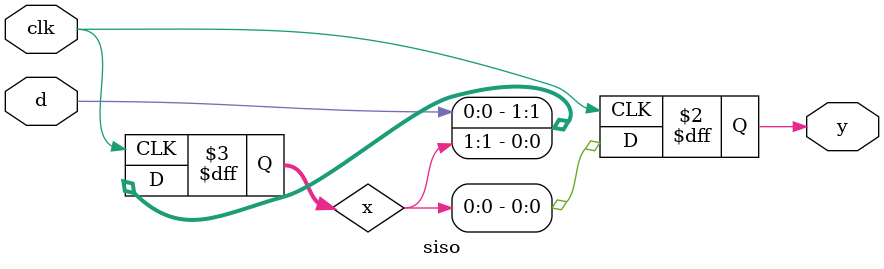
<source format=v>
module siso(input d,clk,output reg y);
reg[1:0]x;
always@(posedge clk)begin
    x[1]<=d;
    x[0]<=x[1];
    y<=x[0];
end
endmodule
</source>
